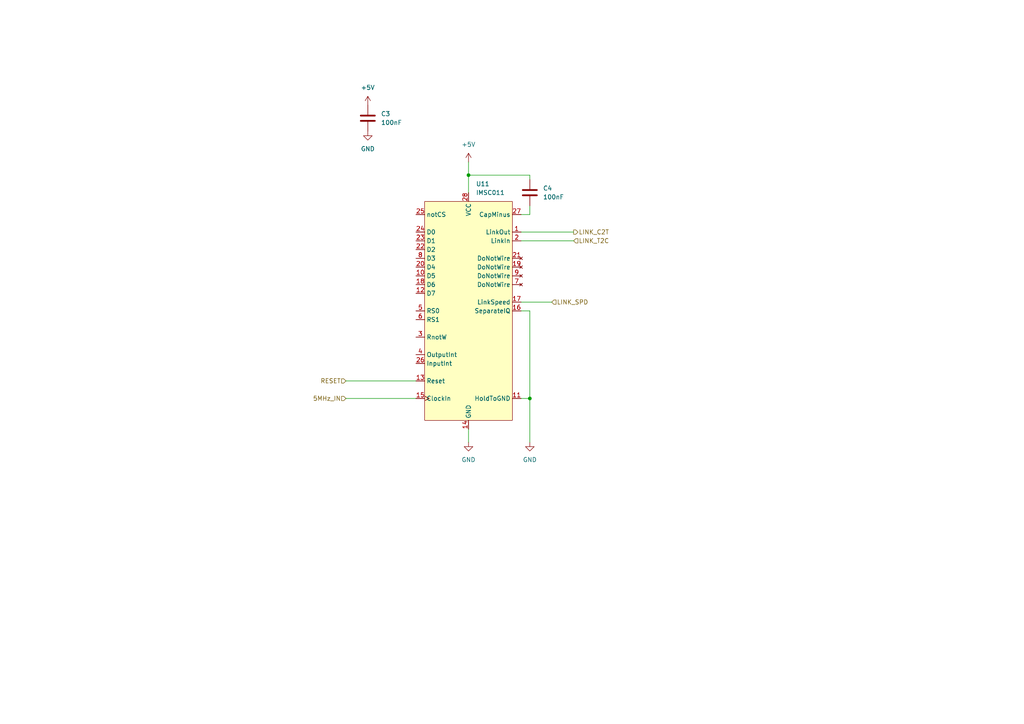
<source format=kicad_sch>
(kicad_sch (version 20250114) (generator "eeschema") (generator_version "9.0")
  (paper "A4")
  (lib_symbols
    (symbol "Device:C" (pin_numbers (hide yes)) (pin_names (offset 0.254))
      (property "Reference" "C" (at 0.635 2.54 0))
      (property "Value" "C" (at 0.635 -2.54 0))
      (symbol "C_0_1"
        (polyline (pts (xy -2.032 0.762) (xy 2.032 0.762)) (stroke (width 0.508)))
        (polyline (pts (xy -2.032 -0.762) (xy 2.032 -0.762)) (stroke (width 0.508)))
      )
      (symbol "C_1_1"
        (pin passive line (at 0 3.81 270) (length 2.794) (name "~") (number "1"))
        (pin passive line (at 0 -3.81 90) (length 2.794) (name "~") (number "2"))
      )
    )
    (symbol "Inmos:IMSC011"
      (property "Reference" "U" (at -12.446 -36.068 0))
      (property "Value" "IMSC011" (at 0 0 0))
      (symbol "IMSC011_0_0"
        (pin output line (at 15.24 20.32 180) (length 2.54) (name "LinkOut") (number "1"))
      )
      (symbol "IMSC011_0_1"
        (rectangle (start -12.7 29.21) (end 12.7 -34.29) (fill (type background)))
      )
      (symbol "IMSC011_1_1"
        (pin input line (at -15.24 25.4 0) (length 2.54) (name "notCS") (number "25"))
        (pin bidirectional line (at -15.24 20.32 0) (length 2.54) (name "D0") (number "24"))
        (pin bidirectional line (at -15.24 17.78 0) (length 2.54) (name "D1") (number "23"))
        (pin bidirectional line (at -15.24 15.24 0) (length 2.54) (name "D2") (number "22"))
        (pin bidirectional line (at -15.24 12.7 0) (length 2.54) (name "D3") (number "8"))
        (pin bidirectional line (at -15.24 10.16 0) (length 2.54) (name "D4") (number "20"))
        (pin bidirectional line (at -15.24 7.62 0) (length 2.54) (name "D5") (number "10"))
        (pin bidirectional line (at -15.24 5.08 0) (length 2.54) (name "D6") (number "18"))
        (pin bidirectional line (at -15.24 2.54 0) (length 2.54) (name "D7") (number "12"))
        (pin input line (at -15.24 -2.54 0) (length 2.54) (name "RS0") (number "5"))
        (pin input line (at -15.24 -5.08 0) (length 2.54) (name "RS1") (number "6"))
        (pin input line (at -15.24 -10.16 0) (length 2.54) (name "RnotW") (number "3"))
        (pin output line (at -15.24 -15.24 0) (length 2.54) (name "OutputInt") (number "4"))
        (pin output line (at -15.24 -17.78 0) (length 2.54) (name "InputInt") (number "26"))
        (pin input line (at -15.24 -22.86 0) (length 2.54) (name "Reset") (number "13"))
        (pin input clock (at -15.24 -27.94 0) (length 2.54) (name "ClockIn") (number "15"))
        (pin power_in line (at 0 31.75 270) (length 2.54) (name "VCC") (number "28"))
        (pin power_in line (at 0 -36.83 90) (length 2.54) (name "GND") (number "14"))
        (pin passive line (at 15.24 25.4 180) (length 2.54) (name "CapMinus") (number "27"))
        (pin input line (at 15.24 17.78 180) (length 2.54) (name "LinkIn") (number "2"))
        (pin no_connect line (at 15.24 12.7 180) (length 2.54) (name "DoNotWire") (number "21"))
        (pin no_connect line (at 15.24 10.16 180) (length 2.54) (name "DoNotWire") (number "19"))
        (pin no_connect line (at 15.24 7.62 180) (length 2.54) (name "DoNotWire") (number "9"))
        (pin no_connect line (at 15.24 5.08 180) (length 2.54) (name "DoNotWire") (number "7"))
        (pin input line (at 15.24 0 180) (length 2.54) (name "LinkSpeed") (number "17"))
        (pin input line (at 15.24 -2.54 180) (length 2.54) (name "SeparateIQ") (number "16"))
        (pin power_in line (at 15.24 -27.94 180) (length 2.54) (name "HoldToGND") (number "11"))
      )
    )
    (symbol "power:+5V" (power) (pin_names (offset 0))
      (property "Value" "+5V" (at 0 3.556 0))
      (symbol "+5V_0_1"
        (polyline (pts (xy -0.762 1.27) (xy 0 2.54)))
        (polyline (pts (xy 0 2.54) (xy 0.762 1.27)))
        (polyline (pts (xy 0 0) (xy 0 2.54)))
      )
      (symbol "+5V_1_1"
        (pin power_in line (at 0 0 90) (length 0) (hide yes) (name "+5V") (number "1"))
      )
    )
    (symbol "power:GND" (power) (pin_names (offset 0))
      (property "Value" "GND" (at 0 -3.81 0))
      (symbol "GND_0_1"
        (polyline (pts (xy 0 0) (xy 0 -1.27) (xy 1.27 -1.27) (xy 0 -2.54) (xy -1.27 -1.27) (xy 0 -1.27)))
      )
      (symbol "GND_1_1"
        (pin power_in line (at 0 0 270) (length 0) (hide yes) (name "GND") (number "1"))
      )
    )
  )
  (junction (at 153.67 115.57))
  (junction (at 135.89 50.8))
  (wire (pts (xy 135.89 46.99) (xy 135.89 50.8)))
  (wire (pts (xy 153.67 128.27) (xy 153.67 115.57)))
  (wire (pts (xy 100.33 115.57) (xy 120.65 115.57)))
  (wire (pts (xy 151.13 87.63) (xy 160.02 87.63)))
  (wire (pts (xy 153.67 50.8) (xy 135.89 50.8)))
  (wire (pts (xy 151.13 90.17) (xy 153.67 90.17)))
  (wire (pts (xy 151.13 62.23) (xy 153.67 62.23)))
  (wire (pts (xy 153.67 52.07) (xy 153.67 50.8)))
  (wire (pts (xy 135.89 124.46) (xy 135.89 128.27)))
  (wire (pts (xy 166.37 69.85) (xy 151.13 69.85)))
  (wire (pts (xy 135.89 50.8) (xy 135.89 55.88)))
  (wire (pts (xy 153.67 90.17) (xy 153.67 115.57)))
  (wire (pts (xy 100.33 110.49) (xy 120.65 110.49)))
  (wire (pts (xy 166.37 67.31) (xy 151.13 67.31)))
  (wire (pts (xy 153.67 62.23) (xy 153.67 59.69)))
  (wire (pts (xy 153.67 115.57) (xy 151.13 115.57)))
  (hierarchical_label "LINK_C2T" (shape output) (at 166.37 67.31 0))
  (hierarchical_label "LINK_T2C" (shape input) (at 166.37 69.85 0))
  (hierarchical_label "5MHz_IN" (shape input) (at 100.33 115.57 180))
  (hierarchical_label "RESET" (shape input) (at 100.33 110.49 180))
  (hierarchical_label "LINK_SPD" (shape input) (at 160.02 87.63 0))
  (symbol (lib_id "Device:C") (at 153.67 55.88 0) (unit 1)
    (property "Reference" "C4" (at 157.48 54.6099 0) (effects (justify left)))
    (property "Value" "100nF" (at 157.48 57.1499 0) (effects (justify left)))
    (property "Footprint" "Capacitor_SMD:C_0805_2012Metric" (effects (hide yes)))
    (property "Description" "Unpolarized capacitor" (effects (hide yes)))
  )
  (symbol (lib_id "Inmos:IMSC011") (at 135.89 87.63 0) (unit 1)
    (property "Reference" "U11" (at 138.0333 53.34 0) (effects (justify left)))
    (property "Value" "IMSC011" (at 138.0333 55.88 0) (effects (justify left)))
    (property "Footprint" "Package_DIP:DIP-28_W15.24mm" (effects (hide yes)))
  )
  (symbol (lib_id "Device:C") (at 106.68 34.29 0) (unit 1)
    (property "Reference" "C3" (at 110.49 33.0199 0) (effects (justify left)))
    (property "Value" "100nF" (at 110.49 35.5599 0) (effects (justify left)))
    (property "Footprint" "Capacitor_SMD:C_0805_2012Metric" (effects (hide yes)))
    (property "Description" "Unpolarized capacitor" (effects (hide yes)))
  )
  (symbol (lib_id "power:GND") (at 106.68 38.1 0) (unit 1)
    (property "Reference" "#PWR016" (effects (hide yes)))
    (property "Value" "GND" (at 106.68 43.18 0))
  )
  (symbol (lib_id "power:GND") (at 153.67 128.27 0) (unit 1)
    (property "Reference" "#PWR019" (effects (hide yes)))
    (property "Value" "GND" (at 153.67 133.35 0))
  )
  (symbol (lib_id "power:+5V") (at 106.68 30.48 0) (unit 1)
    (property "Reference" "#PWR015" (effects (hide yes)))
    (property "Value" "+5V" (at 106.68 25.4 0))
  )
  (symbol (lib_id "power:GND") (at 135.89 128.27 0) (unit 1)
    (property "Reference" "#PWR018" (effects (hide yes)))
    (property "Value" "GND" (at 135.89 133.35 0))
  )
  (symbol (lib_id "power:+5V") (at 135.89 46.99 0) (unit 1)
    (property "Reference" "#PWR017" (effects (hide yes)))
    (property "Value" "+5V" (at 135.89 41.91 0))
  )
)
</source>
